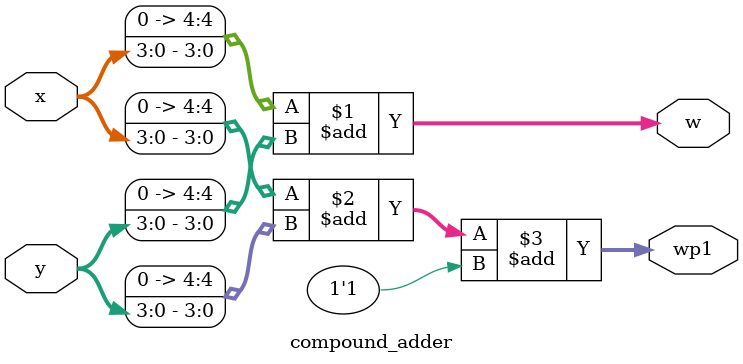
<source format=v>
module compound_adder (
    input wire [3:0] x,
    input wire [3:0] y,
    output wire [4:0] w,    
    output wire [4:0] wp1   
);
 
    assign w   = {1'b0, x} + {1'b0, y};
    assign wp1 = {1'b0, x} + {1'b0, y} + 1'b1;

endmodule
</source>
